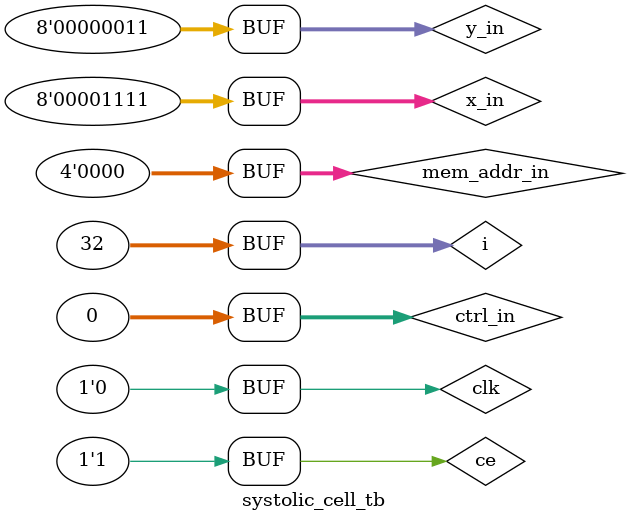
<source format=v>
`include "systolic-cell.v"

module systolic_cell_tb; 

reg clk, ce;
reg [31:0] ctrl_in;
reg [3:0] mem_addr_in;
reg signed [7:0] y_in, x_in;
wire signed [7:0] y_out, x_out;
wire [31:0] ctrl_out;
wire [3:0] mem_addr_out;

integer i;

systolic_cell dut 
    (clk, ce, ctrl_in, ctrl_out, mem_addr_in, mem_addr_out, y_in, y_out, x_in, x_out);
defparam dut.WIDTH = 8;
defparam dut.MEM_ADDR_WIDTH = 4;
defparam dut.ROM_FILE = "build/raw-mnist-weights-int8/conv2d/cell-weight-0.mem";

initial
begin
    $dumpfile("./build/rtl-sim/vcd/systolic-cell.vcd");
    $dumpvars;
end

initial
begin
    clk = 0;
    ce = 1;
    x_in = 15;
    y_in = 3;
    ctrl_in = 0;
    mem_addr_in = 0;
    i = 0;
    #100;
    for (i = 0; i < 32; i = i + 1)
    begin
        clk = ~clk;
        #100;
        clk = ~clk;
        #100;
    end
end

endmodule


</source>
